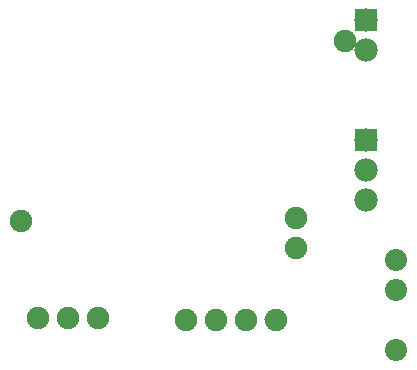
<source format=gtl>
G04 MADE WITH FRITZING*
G04 WWW.FRITZING.ORG*
G04 DOUBLE SIDED*
G04 HOLES PLATED*
G04 CONTOUR ON CENTER OF CONTOUR VECTOR*
%ASAXBY*%
%FSLAX23Y23*%
%MOIN*%
%OFA0B0*%
%SFA1.0B1.0*%
%ADD10C,0.073749*%
%ADD11C,0.078000*%
%ADD12C,0.075000*%
%ADD13R,0.078000X0.078000*%
%ADD14R,0.000150X0.000150*%
%LNCOPPER1*%
G90*
G70*
G54D10*
X1444Y1133D03*
X1444Y1033D03*
X1444Y833D03*
G54D11*
X1344Y1533D03*
X1344Y1433D03*
X1344Y1333D03*
X1344Y1533D03*
X1344Y1433D03*
X1344Y1333D03*
X1344Y1533D03*
X1344Y1433D03*
X1344Y1333D03*
X1344Y1533D03*
X1344Y1433D03*
X1344Y1333D03*
X1344Y1533D03*
X1344Y1433D03*
X1344Y1333D03*
X1344Y1533D03*
X1344Y1433D03*
X1344Y1333D03*
X1344Y1933D03*
X1344Y1833D03*
X1344Y1933D03*
X1344Y1833D03*
G54D12*
X1044Y933D03*
X944Y933D03*
X844Y933D03*
X744Y933D03*
X1109Y1272D03*
X1108Y1172D03*
X193Y1263D03*
X1274Y1863D03*
X448Y940D03*
X348Y940D03*
X248Y940D03*
G54D13*
X1344Y1533D03*
X1344Y1533D03*
X1344Y1533D03*
X1344Y1533D03*
X1344Y1533D03*
X1344Y1533D03*
X1344Y1933D03*
X1344Y1933D03*
G54D14*
X1007Y933D03*
G04 End of Copper1*
M02*
</source>
